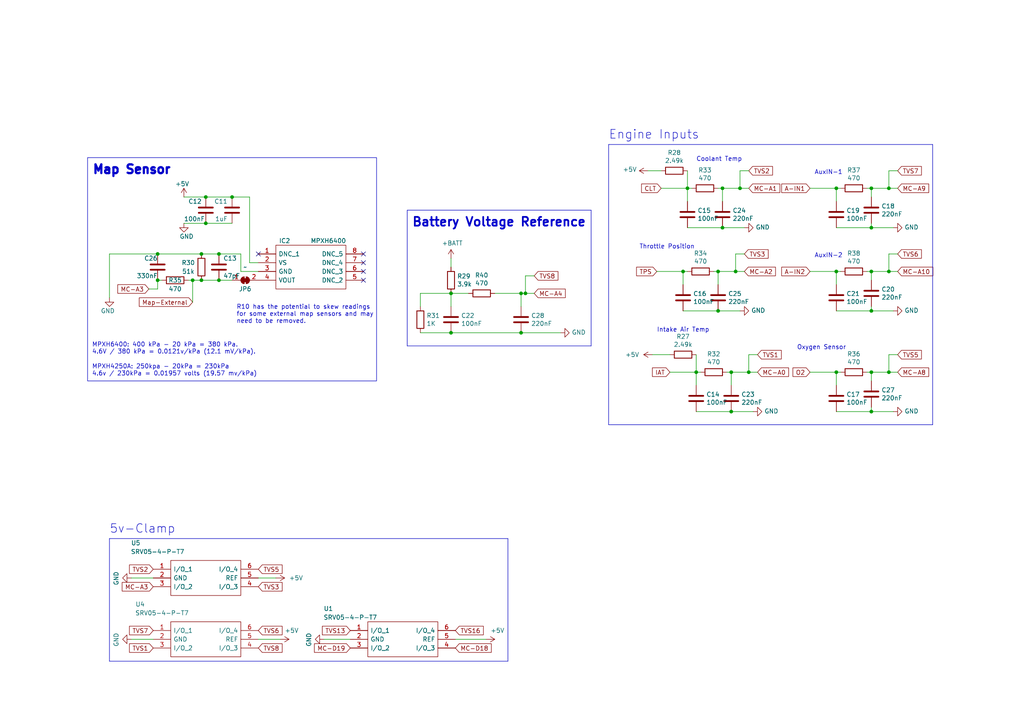
<source format=kicad_sch>
(kicad_sch (version 20230121) (generator eeschema)
  (paper "A4")
  (title_block (title "Pre-Ignition X2") (date "2023-06-15") (rev "B") (company "DetonationEMS"))
  (lib_symbols
    (symbol "Device:C" (pin_numbers hide) (pin_names (offset 0.254))
      (property "Reference" "C" (at 0.635 2.54 0))
      (property "Value" "C" (at 0.635 -2.54 0))
      (symbol "C_0_1"
        (polyline (pts (xy -2.032 -0.762) (xy 2.032 -0.762)) (stroke (width 0.508)))
        (polyline (pts (xy -2.032 0.762) (xy 2.032 0.762)) (stroke (width 0.508)))
      )
      (symbol "C_1_1"
        (pin passive line (at 0 3.81 270) (length 2.794) (name "~") (number "1"))
        (pin passive line (at 0 -3.81 90) (length 2.794) (name "~") (number "2"))
      )
    )
    (symbol "Device:R" (pin_numbers hide) (pin_names (offset 0))
      (property "Reference" "R" (at 2.032 0 90))
      (property "Value" "R" (at 0 0 90))
      (symbol "R_0_1"
        (rectangle (start -1.016 -2.54) (end 1.016 2.54) (stroke (width 0.254)))
      )
      (symbol "R_1_1"
        (pin passive line (at 0 3.81 270) (length 1.27) (name "~") (number "1"))
        (pin passive line (at 0 -3.81 90) (length 1.27) (name "~") (number "2"))
      )
    )
    (symbol "Jumper:SolderJumper_2_Bridged" (pin_names (offset 0) hide)
      (property "Reference" "JP" (at 0 2.032 0))
      (property "Value" "SolderJumper_2_Bridged" (at 0 -2.54 0))
      (symbol "SolderJumper_2_Bridged_0_1"
        (rectangle (start -0.508 0.508) (end 0.508 -0.508) (fill (type outline)))
        (arc (start -0.254 1.016) (mid -1.2656 0) (end -0.254 -1.016))
        (arc (start -0.254 1.016) (mid -1.2656 0) (end -0.254 -1.016) (fill (type outline)))
        (polyline (pts (xy -0.254 1.016) (xy -0.254 -1.016)))
        (polyline (pts (xy 0.254 1.016) (xy 0.254 -1.016)))
        (arc (start 0.254 -1.016) (mid 1.2656 0) (end 0.254 1.016))
        (arc (start 0.254 -1.016) (mid 1.2656 0) (end 0.254 1.016) (fill (type outline)))
      )
      (symbol "SolderJumper_2_Bridged_1_1"
        (pin passive line (at -3.81 0 0) (length 2.54) (name "A") (number "1"))
        (pin passive line (at 3.81 0 180) (length 2.54) (name "B") (number "2"))
      )
    )
    (symbol "Pre_Ignition-rescue:MPXH6250AC6U-MPXH6250-Pre_Ignition-rescue" (pin_names (offset 0.762))
      (property "Reference" "IC" (at 26.67 7.62 0))
      (property "Value" "Pre_Ignition-rescue_MPXH6250AC6U-MPXH6250" (at 26.67 5.08 0))
      (symbol "MPXH6250AC6U-MPXH6250-Pre_Ignition-rescue_0_0"
        (pin passive line (at 0 0 0) (length 5.08) (name "DNC_1") (number "1"))
        (pin passive line (at 0 -2.54 0) (length 5.08) (name "VS") (number "2"))
        (pin passive line (at 0 -5.08 0) (length 5.08) (name "GND") (number "3"))
        (pin passive line (at 0 -7.62 0) (length 5.08) (name "VOUT") (number "4"))
        (pin passive line (at 30.48 -7.62 180) (length 5.08) (name "DNC_2") (number "5"))
        (pin passive line (at 30.48 -5.08 180) (length 5.08) (name "DNC_3") (number "6"))
        (pin passive line (at 30.48 -2.54 180) (length 5.08) (name "DNC_4") (number "7"))
        (pin passive line (at 30.48 0 180) (length 5.08) (name "DNC_5") (number "8"))
      )
      (symbol "MPXH6250AC6U-MPXH6250-Pre_Ignition-rescue_0_1"
        (polyline (pts (xy 5.08 2.54) (xy 25.4 2.54) (xy 25.4 -10.16) (xy 5.08 -10.16) (xy 5.08 2.54)) (stroke (width 0.1524)))
      )
    )
    (symbol "Pre_Ignition-rescue:SRV05-4-P-T7-SRV05-4-P-T7-Pre_Ignition-rescue-Pre_Ignition-rescue-Pre_Ignition-rescue-Pre_Ignition-rescue" (pin_names (offset 0.762))
      (property "Reference" "IC" (at 26.67 7.62 0))
      (property "Value" "Pre_Ignition-rescue_SRV05-4-P-T7-SRV05-4-P-T7-Pre_Ignition-rescue-Pre_Ignition-rescue-Pre_Ignition-rescue" (at 26.67 5.08 0))
      (symbol "SRV05-4-P-T7-SRV05-4-P-T7-Pre_Ignition-rescue-Pre_Ignition-rescue-Pre_Ignition-rescue-Pre_Ignition-rescue_0_0"
        (pin passive line (at 0 0 0) (length 5.08) (name "I/O_1") (number "1"))
        (pin passive line (at 0 -2.54 0) (length 5.08) (name "GND") (number "2"))
        (pin passive line (at 0 -5.08 0) (length 5.08) (name "I/O_2") (number "3"))
        (pin passive line (at 30.48 -5.08 180) (length 5.08) (name "I/O_3") (number "4"))
        (pin passive line (at 30.48 -2.54 180) (length 5.08) (name "REF") (number "5"))
        (pin passive line (at 30.48 0 180) (length 5.08) (name "I/O_4") (number "6"))
      )
      (symbol "SRV05-4-P-T7-SRV05-4-P-T7-Pre_Ignition-rescue-Pre_Ignition-rescue-Pre_Ignition-rescue-Pre_Ignition-rescue_0_1"
        (polyline (pts (xy 5.08 2.54) (xy 25.4 2.54) (xy 25.4 -7.62) (xy 5.08 -7.62) (xy 5.08 2.54)) (stroke (width 0.1524)))
      )
    )
    (symbol "power:+5V" (power) (pin_names (offset 0))
      (property "Value" "+5V" (at 0 3.556 0))
      (symbol "+5V_0_1"
        (polyline (pts (xy -0.762 1.27) (xy 0 2.54)))
        (polyline (pts (xy 0 0) (xy 0 2.54)))
        (polyline (pts (xy 0 2.54) (xy 0.762 1.27)))
      )
      (symbol "+5V_1_1"
        (pin power_in line (at 0 0 90) (length 0) hide (name "+5V") (number "1"))
      )
    )
    (symbol "power:+BATT" (power) (pin_names (offset 0))
      (property "Value" "+BATT" (at 0 3.556 0))
      (symbol "+BATT_0_1"
        (polyline (pts (xy -0.762 1.27) (xy 0 2.54)))
        (polyline (pts (xy 0 0) (xy 0 2.54)))
        (polyline (pts (xy 0 2.54) (xy 0.762 1.27)))
      )
      (symbol "+BATT_1_1"
        (pin power_in line (at 0 0 90) (length 0) hide (name "+BATT") (number "1"))
      )
    )
    (symbol "power:GND" (power) (pin_names (offset 0))
      (property "Value" "GND" (at 0 -3.81 0))
      (symbol "GND_0_1"
        (polyline (pts (xy 0 0) (xy 0 -1.27) (xy 1.27 -1.27) (xy 0 -2.54) (xy -1.27 -1.27) (xy 0 -1.27)))
      )
      (symbol "GND_1_1"
        (pin power_in line (at 0 0 270) (length 0) hide (name "GND") (number "1"))
      )
    )
  )
  (junction (at 208.28 78.74))
  (junction (at 257.81 54.61))
  (junction (at 59.69 57.15))
  (junction (at 199.39 54.61))
  (junction (at 213.36 78.74))
  (junction (at 55.88 81.28))
  (junction (at 257.81 107.95))
  (junction (at 58.42 81.28))
  (junction (at 59.69 64.77))
  (junction (at 208.28 90.17))
  (junction (at 198.12 78.74))
  (junction (at 130.81 96.52))
  (junction (at 130.81 85.09))
  (junction (at 67.31 57.15))
  (junction (at 63.5 73.66))
  (junction (at 252.73 90.17))
  (junction (at 151.13 85.09))
  (junction (at 252.73 107.95))
  (junction (at 252.73 119.38))
  (junction (at 58.42 73.66))
  (junction (at 242.57 54.61))
  (junction (at 242.57 107.95))
  (junction (at 242.57 78.74))
  (junction (at 152.4 85.09))
  (junction (at 212.09 119.38))
  (junction (at 209.55 66.04))
  (junction (at 151.13 96.52))
  (junction (at 45.72 81.28))
  (junction (at 214.63 54.61))
  (junction (at 45.72 73.66))
  (junction (at 252.73 78.74))
  (junction (at 252.73 66.04))
  (junction (at 212.09 107.95))
  (junction (at 217.17 107.95))
  (junction (at 63.5 81.28))
  (junction (at 252.73 54.61))
  (junction (at 257.81 78.74))
  (junction (at 209.55 54.61))
  (junction (at 201.93 107.95))
  (no_connect (at 105.41 76.2))
  (no_connect (at 105.41 73.66))
  (no_connect (at 105.41 78.74))
  (no_connect (at 105.41 81.28))
  (no_connect (at 74.93 73.66))
  (wire (pts (xy 251.46 54.61) (xy 252.73 54.61)))
  (wire (pts (xy 43.18 83.82) (xy 45.72 83.82)))
  (wire (pts (xy 45.72 83.82) (xy 45.72 81.28)))
  (wire (pts (xy 130.81 74.93) (xy 130.81 77.47)))
  (wire (pts (xy 218.44 119.38) (xy 212.09 119.38)))
  (polyline (pts (xy 176.53 123.19) (xy 176.53 41.91)))
  (wire (pts (xy 199.39 54.61) (xy 200.66 54.61)))
  (wire (pts (xy 252.73 110.49) (xy 252.73 107.95)))
  (wire (pts (xy 55.88 81.28) (xy 58.42 81.28)))
  (wire (pts (xy 242.57 66.04) (xy 252.73 66.04)))
  (wire (pts (xy 215.9 73.66) (xy 213.36 73.66)))
  (wire (pts (xy 44.45 185.42) (xy 38.1 185.42)))
  (wire (pts (xy 191.77 54.61) (xy 199.39 54.61)))
  (wire (pts (xy 199.39 54.61) (xy 199.39 58.42)))
  (wire (pts (xy 214.63 49.53) (xy 214.63 54.61)))
  (wire (pts (xy 252.73 66.04) (xy 259.08 66.04)))
  (wire (pts (xy 31.75 86.36) (xy 31.75 73.66)))
  (wire (pts (xy 242.57 78.74) (xy 243.84 78.74)))
  (wire (pts (xy 63.5 81.28) (xy 67.31 81.28)))
  (wire (pts (xy 242.57 119.38) (xy 252.73 119.38)))
  (wire (pts (xy 257.81 54.61) (xy 260.35 54.61)))
  (wire (pts (xy 151.13 88.9) (xy 151.13 85.09)))
  (wire (pts (xy 187.96 49.53) (xy 191.77 49.53)))
  (wire (pts (xy 198.12 78.74) (xy 199.39 78.74)))
  (wire (pts (xy 201.93 107.95) (xy 203.2 107.95)))
  (wire (pts (xy 152.4 80.01) (xy 152.4 85.09)))
  (wire (pts (xy 257.81 107.95) (xy 260.35 107.95)))
  (wire (pts (xy 130.81 96.52) (xy 151.13 96.52)))
  (wire (pts (xy 252.73 54.61) (xy 257.81 54.61)))
  (wire (pts (xy 252.73 78.74) (xy 257.81 78.74)))
  (wire (pts (xy 45.72 81.28) (xy 46.99 81.28)))
  (polyline (pts (xy 147.32 191.77) (xy 31.75 191.77)))
  (wire (pts (xy 72.39 57.15) (xy 72.39 76.2)))
  (wire (pts (xy 198.12 78.74) (xy 198.12 82.55)))
  (wire (pts (xy 190.5 78.74) (xy 198.12 78.74)))
  (polyline (pts (xy 270.51 123.19) (xy 176.53 123.19)))
  (wire (pts (xy 130.81 85.09) (xy 135.89 85.09)))
  (wire (pts (xy 210.82 107.95) (xy 212.09 107.95)))
  (wire (pts (xy 55.88 81.28) (xy 54.61 81.28)))
  (wire (pts (xy 74.93 185.42) (xy 81.28 185.42)))
  (wire (pts (xy 252.73 119.38) (xy 259.08 119.38)))
  (wire (pts (xy 214.63 54.61) (xy 217.17 54.61)))
  (wire (pts (xy 252.73 64.77) (xy 252.73 66.04)))
  (wire (pts (xy 215.9 66.04) (xy 209.55 66.04)))
  (wire (pts (xy 242.57 78.74) (xy 242.57 82.55)))
  (wire (pts (xy 252.73 88.9) (xy 252.73 90.17)))
  (wire (pts (xy 58.42 73.66) (xy 63.5 73.66)))
  (wire (pts (xy 53.34 57.15) (xy 59.69 57.15)))
  (wire (pts (xy 201.93 102.87) (xy 201.93 107.95)))
  (wire (pts (xy 242.57 54.61) (xy 242.57 58.42)))
  (wire (pts (xy 242.57 107.95) (xy 242.57 111.76)))
  (wire (pts (xy 201.93 119.38) (xy 212.09 119.38)))
  (polyline (pts (xy 171.45 100.33) (xy 118.11 100.33)))
  (wire (pts (xy 69.85 78.74) (xy 74.93 78.74)))
  (wire (pts (xy 132.08 185.42) (xy 140.97 185.42)))
  (wire (pts (xy 59.69 57.15) (xy 67.31 57.15)))
  (wire (pts (xy 251.46 107.95) (xy 252.73 107.95)))
  (wire (pts (xy 257.81 73.66) (xy 257.81 78.74)))
  (wire (pts (xy 201.93 107.95) (xy 201.93 111.76)))
  (wire (pts (xy 252.73 57.15) (xy 252.73 54.61)))
  (wire (pts (xy 217.17 107.95) (xy 219.71 107.95)))
  (wire (pts (xy 199.39 49.53) (xy 199.39 54.61)))
  (wire (pts (xy 130.81 88.9) (xy 130.81 85.09)))
  (wire (pts (xy 213.36 78.74) (xy 215.9 78.74)))
  (wire (pts (xy 214.63 90.17) (xy 208.28 90.17)))
  (wire (pts (xy 53.34 64.77) (xy 59.69 64.77)))
  (wire (pts (xy 208.28 78.74) (xy 213.36 78.74)))
  (wire (pts (xy 31.75 73.66) (xy 45.72 73.66)))
  (wire (pts (xy 209.55 54.61) (xy 214.63 54.61)))
  (polyline (pts (xy 31.75 191.77) (xy 31.75 156.21)))
  (wire (pts (xy 38.1 167.64) (xy 44.45 167.64)))
  (wire (pts (xy 151.13 85.09) (xy 152.4 85.09)))
  (polyline (pts (xy 31.75 156.21) (xy 147.32 156.21)))
  (wire (pts (xy 252.73 90.17) (xy 259.08 90.17)))
  (wire (pts (xy 93.98 185.42) (xy 101.6 185.42)))
  (wire (pts (xy 194.31 102.87) (xy 189.23 102.87)))
  (wire (pts (xy 234.95 107.95) (xy 242.57 107.95)))
  (wire (pts (xy 257.81 78.74) (xy 260.35 78.74)))
  (wire (pts (xy 252.73 118.11) (xy 252.73 119.38)))
  (wire (pts (xy 209.55 54.61) (xy 209.55 58.42)))
  (wire (pts (xy 260.35 49.53) (xy 257.81 49.53)))
  (wire (pts (xy 217.17 49.53) (xy 214.63 49.53)))
  (wire (pts (xy 194.31 107.95) (xy 201.93 107.95)))
  (wire (pts (xy 252.73 107.95) (xy 257.81 107.95)))
  (polyline (pts (xy 270.51 41.91) (xy 176.53 41.91)))
  (wire (pts (xy 213.36 73.66) (xy 213.36 78.74)))
  (wire (pts (xy 257.81 49.53) (xy 257.81 54.61)))
  (wire (pts (xy 121.92 88.9) (xy 121.92 85.09)))
  (wire (pts (xy 242.57 90.17) (xy 252.73 90.17)))
  (wire (pts (xy 45.72 73.66) (xy 58.42 73.66)))
  (wire (pts (xy 260.35 102.87) (xy 257.81 102.87)))
  (wire (pts (xy 67.31 57.15) (xy 72.39 57.15)))
  (wire (pts (xy 208.28 78.74) (xy 208.28 82.55)))
  (polyline (pts (xy 171.45 60.96) (xy 171.45 100.33)))
  (wire (pts (xy 242.57 107.95) (xy 243.84 107.95)))
  (wire (pts (xy 217.17 102.87) (xy 217.17 107.95)))
  (wire (pts (xy 59.69 64.77) (xy 67.31 64.77)))
  (wire (pts (xy 63.5 73.66) (xy 69.85 73.66)))
  (wire (pts (xy 121.92 85.09) (xy 130.81 85.09)))
  (wire (pts (xy 152.4 85.09) (xy 154.94 85.09)))
  (wire (pts (xy 121.92 96.52) (xy 130.81 96.52)))
  (wire (pts (xy 257.81 102.87) (xy 257.81 107.95)))
  (wire (pts (xy 72.39 76.2) (xy 74.93 76.2)))
  (wire (pts (xy 69.85 73.66) (xy 69.85 78.74)))
  (wire (pts (xy 162.56 96.52) (xy 151.13 96.52)))
  (polyline (pts (xy 118.11 60.96) (xy 171.45 60.96)))
  (wire (pts (xy 212.09 107.95) (xy 212.09 111.76)))
  (wire (pts (xy 207.01 78.74) (xy 208.28 78.74)))
  (wire (pts (xy 80.01 167.64) (xy 74.93 167.64)))
  (wire (pts (xy 154.94 80.01) (xy 152.4 80.01)))
  (wire (pts (xy 198.12 90.17) (xy 208.28 90.17)))
  (wire (pts (xy 143.51 85.09) (xy 151.13 85.09)))
  (wire (pts (xy 251.46 78.74) (xy 252.73 78.74)))
  (wire (pts (xy 234.95 78.74) (xy 242.57 78.74)))
  (wire (pts (xy 208.28 54.61) (xy 209.55 54.61)))
  (polyline (pts (xy 270.51 41.91) (xy 270.51 123.19)))
  (wire (pts (xy 199.39 66.04) (xy 209.55 66.04)))
  (polyline (pts (xy 147.32 156.21) (xy 147.32 191.77)))
  (wire (pts (xy 219.71 102.87) (xy 217.17 102.87)))
  (wire (pts (xy 212.09 107.95) (xy 217.17 107.95)))
  (polyline (pts (xy 118.11 100.33) (xy 118.11 60.96)))
  (wire (pts (xy 242.57 54.61) (xy 243.84 54.61)))
  (wire (pts (xy 260.35 73.66) (xy 257.81 73.66)))
  (wire (pts (xy 55.88 87.63) (xy 55.88 81.28)))
  (wire (pts (xy 58.42 81.28) (xy 63.5 81.28)))
  (wire (pts (xy 234.95 54.61) (xy 242.57 54.61)))
  (wire (pts (xy 252.73 81.28) (xy 252.73 78.74)))
  (rectangle (start 25.4 45.72) (end 109.22 110.49))
  (text "R10 has the potential to skew readings \nfor some external map sensors and may\nneed to be removed." (at 68.58 93.98 0) (effects (font (size 1.27 1.27)) (justify left bottom)))
  (text "5v-Clamp" (at 31.75 154.94 0) (effects (font (size 2.4892 2.4892)) (justify left bottom)))
  (text "Coolant Temp" (at 201.93 46.99 0) (effects (font (size 1.27 1.27)) (justify left bottom)))
  (text "Oxygen Sensor" (at 231.14 101.6 0) (effects (font (size 1.27 1.27)) (justify left bottom)))
  (text "Engine Inputs" (at 176.53 40.64 0) (effects (font (size 2.54 2.54)) (justify left bottom)))
  (text "AuxIN-2" (at 236.22 74.93 0) (effects (font (size 1.27 1.27)) (justify left bottom)))
  (text "Battery Voltage Reference" (at 119.38 66.04 0) (effects (font (size 2.54 2.54) (thickness 0.508) bold) (justify left bottom)))
  (text "Map Sensor" (at 26.67 50.8 0) (effects (font (size 2.54 2.54) (thickness 0.7) bold) (justify left bottom)))
  (text "MPXH4250A: 250kpa - 20kPa = 230kPa\n4.6v / 230kPa = 0.01957 volts (19.57 mv/kPa)" (at 26.67 109.22 0) (effects (font (size 1.27 1.27)) (justify left bottom)))
  (text "MPXH6400: 400 kPa - 20 kPa = 380 kPa.\n4.6V / 380 kPa = 0.0121v/kPa (12.1 mV/kPa)." (at 26.67 102.87 0) (effects (font (size 1.27 1.27)) (justify left bottom)))
  (text "Intake Air Temp" (at 190.5 96.52 0) (effects (font (size 1.27 1.27)) (justify left bottom)))
  (text "Throttle Position" (at 185.42 72.39 0) (effects (font (size 1.27 1.27)) (justify left bottom)))
  (text "AuxIN-1" (at 236.22 50.8 0) (effects (font (size 1.27 1.27)) (justify left bottom)))
  (global_label "TVS5" (shape input) (at 260.35 102.87 0) (property "Intersheetrefs" "${INTERSHEET_REFS}" (effects hide)))
  (global_label "TVS2" (shape input) (at 44.45 165.1 180) (property "Intersheetrefs" "${INTERSHEET_REFS}" (effects hide)))
  (global_label "TVS3" (shape input) (at 215.9 73.66 0) (property "Intersheetrefs" "${INTERSHEET_REFS}" (effects hide)))
  (global_label "TPS" (shape input) (at 190.5 78.74 180) (property "Intersheetrefs" "${INTERSHEET_REFS}" (effects hide)))
  (global_label "Map-External" (shape input) (at 55.88 87.63 180) (property "Intersheetrefs" "${INTERSHEET_REFS}" (effects hide)))
  (global_label "MC-A1" (shape input) (at 217.17 54.61 0) (property "Intersheetrefs" "${INTERSHEET_REFS}" (effects hide)))
  (global_label "TVS6" (shape input) (at 74.93 182.88 0) (property "Intersheetrefs" "${INTERSHEET_REFS}" (effects hide)))
  (global_label "TVS3" (shape input) (at 74.93 170.18 0) (property "Intersheetrefs" "${INTERSHEET_REFS}" (effects hide)))
  (global_label "TVS6" (shape input) (at 260.35 73.66 0) (property "Intersheetrefs" "${INTERSHEET_REFS}" (effects hide)))
  (global_label "A-IN2" (shape input) (at 234.95 78.74 180) (property "Intersheetrefs" "${INTERSHEET_REFS}" (effects hide)))
  (global_label "TVS16" (shape input) (at 132.08 182.88 0) (property "Intersheetrefs" "${INTERSHEET_REFS}" (effects hide)))
  (global_label "TVS8" (shape input) (at 154.94 80.01 0) (property "Intersheetrefs" "${INTERSHEET_REFS}" (effects hide)))
  (global_label "MC-D19" (shape input) (at 101.6 187.96 180) (property "Intersheetrefs" "${INTERSHEET_REFS}" (effects hide)))
  (global_label "MC-D18" (shape input) (at 132.08 187.96 0) (property "Intersheetrefs" "${INTERSHEET_REFS}" (effects hide)))
  (global_label "MC-A3" (shape input) (at 44.45 170.18 180) (property "Intersheetrefs" "${INTERSHEET_REFS}" (effects hide)))
  (global_label "TVS8" (shape input) (at 74.93 187.96 0) (property "Intersheetrefs" "${INTERSHEET_REFS}" (effects hide)))
  (global_label "TVS13" (shape input) (at 101.6 182.88 180) (property "Intersheetrefs" "${INTERSHEET_REFS}" (effects hide)))
  (global_label "TVS1" (shape input) (at 219.71 102.87 0) (property "Intersheetrefs" "${INTERSHEET_REFS}" (effects hide)))
  (global_label "TVS1" (shape input) (at 44.45 187.96 180) (property "Intersheetrefs" "${INTERSHEET_REFS}" (effects hide)))
  (global_label "TVS7" (shape input) (at 44.45 182.88 180) (property "Intersheetrefs" "${INTERSHEET_REFS}" (effects hide)))
  (global_label "MC-A8" (shape input) (at 260.35 107.95 0) (property "Intersheetrefs" "${INTERSHEET_REFS}" (effects hide)))
  (global_label "IAT" (shape input) (at 194.31 107.95 180) (property "Intersheetrefs" "${INTERSHEET_REFS}" (effects hide)))
  (global_label "A-IN1" (shape input) (at 234.95 54.61 180) (property "Intersheetrefs" "${INTERSHEET_REFS}" (effects hide)))
  (global_label "O2" (shape input) (at 234.95 107.95 180) (property "Intersheetrefs" "${INTERSHEET_REFS}" (effects hide)))
  (global_label "MC-A4" (shape input) (at 154.94 85.09 0) (property "Intersheetrefs" "${INTERSHEET_REFS}" (effects hide)))
  (global_label "MC-A0" (shape input) (at 219.71 107.95 0) (property "Intersheetrefs" "${INTERSHEET_REFS}" (effects hide)))
  (global_label "MC-A3" (shape input) (at 43.18 83.82 180) (property "Intersheetrefs" "${INTERSHEET_REFS}" (effects hide)))
  (global_label "TVS7" (shape input) (at 260.35 49.53 0) (property "Intersheetrefs" "${INTERSHEET_REFS}" (effects hide)))
  (global_label "MC-A9" (shape input) (at 260.35 54.61 0) (property "Intersheetrefs" "${INTERSHEET_REFS}" (effects hide)))
  (global_label "MC-A2" (shape input) (at 215.9 78.74 0) (property "Intersheetrefs" "${INTERSHEET_REFS}" (effects hide)))
  (global_label "TVS5" (shape input) (at 74.93 165.1 0) (property "Intersheetrefs" "${INTERSHEET_REFS}" (effects hide)))
  (global_label "MC-A10" (shape input) (at 260.35 78.74 0) (property "Intersheetrefs" "${INTERSHEET_REFS}" (effects hide)))
  (global_label "CLT" (shape input) (at 191.77 54.61 180) (property "Intersheetrefs" "${INTERSHEET_REFS}" (effects hide)))
  (global_label "TVS2" (shape input) (at 217.17 49.53 0) (property "Intersheetrefs" "${INTERSHEET_REFS}" (effects hide)))
  (symbol (lib_id "Device:R") (at 203.2 78.74 270) (unit 1)
    (property "Reference" "R34" (at 203.2 73.4822 90))
    (property "Value" "470" (at 203.2 75.7936 90))
    (property "Footprint" "Resistor_SMD:R_0603_1608Metric" (effects hide))
    (property "LCSC" "C23179" (effects hide))
  )
  (symbol (lib_id "Device:C") (at 198.12 86.36 0) (unit 1)
    (property "Reference" "C16" (at 201.041 85.1916 0) (effects (justify left)))
    (property "Value" "100nF" (at 201.041 87.503 0) (effects (justify left)))
    (property "Footprint" "Capacitor_SMD:C_0603_1608Metric" (effects hide))
    (property "LCSC" "C14663" (effects hide))
  )
  (symbol (lib_id "Device:C") (at 208.28 86.36 0) (unit 1)
    (property "Reference" "C25" (at 211.201 85.1916 0) (effects (justify left)))
    (property "Value" "220nF" (at 211.201 87.503 0) (effects (justify left)))
    (property "Footprint" "Capacitor_SMD:C_0603_1608Metric" (effects hide))
    (property "LCSC" "C5378 " (effects hide))
  )
  (symbol (lib_id "power:GND") (at 214.63 90.17 90) (unit 1)
    (property "Reference" "#PWR0118" (effects hide))
    (property "Value" "GND" (at 217.8812 90.043 90) (effects (justify right)))
  )
  (symbol (lib_id "Device:R") (at 247.65 107.95 270) (unit 1)
    (property "Reference" "R36" (at 247.65 102.6922 90))
    (property "Value" "470" (at 247.65 105.0036 90))
    (property "Footprint" "Resistor_SMD:R_0603_1608Metric" (effects hide))
    (property "LCSC" "C23179" (effects hide))
  )
  (symbol (lib_id "Device:C") (at 242.57 115.57 0) (unit 1)
    (property "Reference" "C17" (at 245.491 114.4016 0) (effects (justify left)))
    (property "Value" "100nF" (at 245.491 116.713 0) (effects (justify left)))
    (property "Footprint" "Capacitor_SMD:C_0603_1608Metric" (effects hide))
    (property "LCSC" "C14663" (effects hide))
  )
  (symbol (lib_id "Device:C") (at 252.73 114.3 0) (unit 1)
    (property "Reference" "C27" (at 255.651 113.1316 0) (effects (justify left)))
    (property "Value" "220nF" (at 255.651 115.443 0) (effects (justify left)))
    (property "Footprint" "Capacitor_SMD:C_0603_1608Metric" (effects hide))
    (property "LCSC" "C5378 " (effects hide))
  )
  (symbol (lib_id "power:GND") (at 259.08 119.38 90) (unit 1)
    (property "Reference" "#PWR0117" (effects hide))
    (property "Value" "GND" (at 262.3312 119.253 90) (effects (justify right)))
  )
  (symbol (lib_id "Device:R") (at 207.01 107.95 270) (unit 1)
    (property "Reference" "R32" (at 207.01 102.6922 90))
    (property "Value" "470" (at 207.01 105.0036 90))
    (property "Footprint" "Resistor_SMD:R_0603_1608Metric" (effects hide))
    (property "LCSC" "C23179" (effects hide))
  )
  (symbol (lib_id "Device:C") (at 201.93 115.57 0) (unit 1)
    (property "Reference" "C14" (at 204.851 114.4016 0) (effects (justify left)))
    (property "Value" "100nF" (at 204.851 116.713 0) (effects (justify left)))
    (property "Footprint" "Capacitor_SMD:C_0603_1608Metric" (effects hide))
    (property "LCSC" "C14663" (effects hide))
  )
  (symbol (lib_id "Device:C") (at 212.09 115.57 0) (unit 1)
    (property "Reference" "C23" (at 215.011 114.4016 0) (effects (justify left)))
    (property "Value" "220nF" (at 215.011 116.713 0) (effects (justify left)))
    (property "Footprint" "Capacitor_SMD:C_0603_1608Metric" (effects hide))
    (property "LCSC" "C5378 " (effects hide))
  )
  (symbol (lib_id "power:GND") (at 218.44 119.38 90) (unit 1)
    (property "Reference" "#PWR0116" (effects hide))
    (property "Value" "GND" (at 221.6912 119.253 90) (effects (justify right)))
  )
  (symbol (lib_id "Device:R") (at 204.47 54.61 270) (unit 1)
    (property "Reference" "R33" (at 204.47 49.3522 90))
    (property "Value" "470" (at 204.47 51.6636 90))
    (property "Footprint" "Resistor_SMD:R_0603_1608Metric" (effects hide))
    (property "LCSC" "C23179" (effects hide))
  )
  (symbol (lib_id "Device:C") (at 199.39 62.23 0) (unit 1)
    (property "Reference" "C15" (at 202.311 61.0616 0) (effects (justify left)))
    (property "Value" "100nF" (at 202.311 63.373 0) (effects (justify left)))
    (property "Footprint" "Capacitor_SMD:C_0603_1608Metric" (effects hide))
    (property "LCSC" "C14663" (effects hide))
  )
  (symbol (lib_id "Device:C") (at 209.55 62.23 0) (unit 1)
    (property "Reference" "C24" (at 212.471 61.0616 0) (effects (justify left)))
    (property "Value" "220nF" (at 212.471 63.373 0) (effects (justify left)))
    (property "Footprint" "Capacitor_SMD:C_0603_1608Metric" (effects hide))
    (property "LCSC" "C5378 " (effects hide))
  )
  (symbol (lib_id "power:GND") (at 215.9 66.04 90) (unit 1)
    (property "Reference" "#PWR0115" (effects hide))
    (property "Value" "GND" (at 219.1512 65.913 90) (effects (justify right)))
  )
  (symbol (lib_id "Device:R") (at 195.58 49.53 270) (unit 1)
    (property "Reference" "R28" (at 195.58 44.2722 90))
    (property "Value" "2.49k" (at 195.58 46.5836 90))
    (property "Footprint" "Resistor_SMD:R_0603_1608Metric" (effects hide))
    (property "LCSC" "C309658" (effects hide))
  )
  (symbol (lib_id "Device:R") (at 198.12 102.87 270) (unit 1)
    (property "Reference" "R27" (at 198.12 97.6122 90))
    (property "Value" "2.49k" (at 198.12 99.9236 90))
    (property "Footprint" "Resistor_SMD:R_0603_1608Metric" (effects hide))
    (property "LCSC" "C309658" (effects hide))
  )
  (symbol (lib_id "power:GND") (at 162.56 96.52 90) (unit 1)
    (property "Reference" "#PWR0119" (effects hide))
    (property "Value" "GND" (at 165.8112 96.393 90) (effects (justify right)))
  )
  (symbol (lib_id "Device:C") (at 151.13 92.71 0) (unit 1)
    (property "Reference" "C28" (at 154.051 91.5416 0) (effects (justify left)))
    (property "Value" "220nF" (at 154.051 93.853 0) (effects (justify left)))
    (property "Footprint" "Capacitor_SMD:C_0603_1608Metric" (effects hide))
    (property "LCSC" "C5378 " (effects hide))
  )
  (symbol (lib_id "Device:C") (at 130.81 92.71 0) (unit 1)
    (property "Reference" "C22" (at 133.731 91.5416 0) (effects (justify left)))
    (property "Value" "100nF" (at 133.731 93.853 0) (effects (justify left)))
    (property "Footprint" "Capacitor_SMD:C_0603_1608Metric" (effects hide))
    (property "LCSC" "C14663" (effects hide))
  )
  (symbol (lib_id "Device:R") (at 139.7 85.09 270) (unit 1)
    (property "Reference" "R40" (at 139.7 79.8322 90))
    (property "Value" "470" (at 139.7 82.1436 90))
    (property "Footprint" "Resistor_SMD:R_0603_1608Metric" (effects hide))
    (property "LCSC" "C23179" (effects hide))
  )
  (symbol (lib_id "Device:R") (at 130.81 81.28 180) (unit 1)
    (property "Reference" "R29" (at 132.588 80.1116 0) (effects (justify right)))
    (property "Value" "3.9k" (at 132.588 82.423 0) (effects (justify right)))
    (property "Footprint" "Resistor_SMD:R_0603_1608Metric" (effects hide))
    (property "LCSC" "C23018" (effects hide))
  )
  (symbol (lib_id "Device:R") (at 121.92 92.71 180) (unit 1)
    (property "Reference" "R31" (at 123.698 91.5416 0) (effects (justify right)))
    (property "Value" "1K" (at 123.698 93.853 0) (effects (justify right)))
    (property "Footprint" "Resistor_SMD:R_0603_1608Metric" (effects hide))
    (property "LCSC" "C21190" (effects hide))
  )
  (symbol (lib_id "power:+BATT") (at 130.81 74.93 0) (unit 1)
    (property "Reference" "#PWR0120" (effects hide))
    (property "Value" "+BATT" (at 131.191 70.5358 0))
  )
  (symbol (lib_id "Pre_Ignition-rescue:SRV05-4-P-T7-SRV05-4-P-T7-Pre_Ignition-rescue-Pre_Ignition-rescue-Pre_Ignition-rescue-Pre_Ignition-rescue") (at 44.45 165.1 0) (unit 1)
    (property "Reference" "U5" (at 39.37 157.48 0))
    (property "Value" "SRV05-4-P-T7" (at 45.72 160.02 0))
    (property "Footprint" "Package_TO_SOT_SMD:SOT-23-6" (effects hide))
    (property "Datasheet" "http://www.onsemi.com/pub/Collateral/SRV05-4-D.PDF" (effects hide))
    (property "LCSC" "C85364" (effects hide))
    (instances (project "Pre_Ignition" (path "" (reference "U5") (unit 1)) (path "" (reference "U3") (unit 1))))
  )
  (symbol (lib_id "Pre_Ignition-rescue:SRV05-4-P-T7-SRV05-4-P-T7-Pre_Ignition-rescue-Pre_Ignition-rescue-Pre_Ignition-rescue-Pre_Ignition-rescue") (at 44.45 182.88 0) (unit 1)
    (property "Reference" "U4" (at 40.64 175.26 0))
    (property "Value" "SRV05-4-P-T7" (at 46.99 177.8 0))
    (property "Footprint" "Package_TO_SOT_SMD:SOT-23-6" (effects hide))
    (property "Datasheet" "http://www.onsemi.com/pub/Collateral/SRV05-4-D.PDF" (effects hide))
    (property "LCSC" "C85364" (effects hide))
  )
  (symbol (lib_id "Pre_Ignition-rescue:SRV05-4-P-T7-SRV05-4-P-T7-Pre_Ignition-rescue-Pre_Ignition-rescue-Pre_Ignition-rescue-Pre_Ignition-rescue") (at 101.6 182.88 0) (unit 1)
    (property "Reference" "U1" (at 95.25 176.53 0))
    (property "Value" "SRV05-4-P-T7" (at 101.6 179.07 0))
    (property "Footprint" "Package_TO_SOT_SMD:SOT-23-6" (effects hide))
    (property "Datasheet" "http://www.onsemi.com/pub/Collateral/SRV05-4-D.PDF" (effects hide))
    (property "LCSC" "C85364" (effects hide))
    (instances (project "Pre_Ignition" (path "" (reference "U1") (unit 1)) (path "" (reference "U6") (unit 1))))
  )
  (symbol (lib_id "power:GND") (at 38.1 167.64 270) (unit 1)
    (property "Reference" "#PWR0125" (effects hide))
    (property "Value" "GND" (at 33.7058 167.767 0))
  )
  (symbol (lib_id "power:GND") (at 38.1 185.42 270) (unit 1)
    (property "Reference" "#PWR0128" (effects hide))
    (property "Value" "GND" (at 33.7058 185.547 0))
  )
  (symbol (lib_id "power:GND") (at 93.98 185.42 270) (unit 1)
    (property "Reference" "#PWR0126" (effects hide))
    (property "Value" "GND" (at 89.5858 185.547 0))
  )
  (symbol (lib_id "Device:C") (at 67.31 60.96 180) (unit 1)
    (property "Reference" "C11" (at 66.04 58.42 0) (effects (justify left)))
    (property "Value" "1uF" (at 66.04 63.5 0) (effects (justify left)))
    (property "Footprint" "Capacitor_SMD:C_0603_1608Metric" (effects hide))
    (property "LCSC" "C15849" (effects hide))
  )
  (symbol (lib_id "Device:C") (at 59.69 60.96 0) (unit 1)
    (property "Reference" "C12" (at 54.61 58.42 0) (effects (justify left)))
    (property "Value" "100nF" (at 53.34 63.5 0) (effects (justify left)))
    (property "Footprint" "Capacitor_SMD:C_0603_1608Metric" (effects hide))
    (property "LCSC" "C14663" (effects hide))
  )
  (symbol (lib_id "power:+5V") (at 53.34 57.15 0) (unit 1)
    (property "Reference" "#PWR0130" (effects hide))
    (property "Value" "+5V" (at 50.8 53.34 0) (effects (justify left)))
  )
  (symbol (lib_id "Device:R") (at 50.8 81.28 270) (mirror x) (unit 1)
    (property "Reference" "R35" (at 50.8 81.28 90))
    (property "Value" "470" (at 50.8 83.82 90))
    (property "Footprint" "Resistor_SMD:R_0603_1608Metric" (effects hide))
    (property "LCSC" "C23179" (effects hide))
  )
  (symbol (lib_id "Device:C") (at 45.72 77.47 0) (mirror y) (unit 1)
    (property "Reference" "C26" (at 45.72 74.93 0) (effects (justify left)))
    (property "Value" "330nF" (at 45.72 80.01 0) (effects (justify left)))
    (property "Footprint" "Capacitor_SMD:C_0603_1608Metric" (effects hide))
    (property "LCSC" "C1615" (effects hide))
  )
  (symbol (lib_id "Device:C") (at 63.5 77.47 0) (mirror x) (unit 1)
    (property "Reference" "C13" (at 64.77 74.93 0) (effects (justify left)))
    (property "Value" "47pF" (at 64.77 80.01 0) (effects (justify left)))
    (property "Footprint" "Capacitor_SMD:C_0603_1608Metric" (effects hide))
    (property "LCSC" "C1671" (effects hide))
  )
  (symbol (lib_id "Device:R") (at 247.65 54.61 270) (unit 1)
    (property "Reference" "R37" (at 247.65 49.3522 90))
    (property "Value" "470" (at 247.65 51.6636 90))
    (property "Footprint" "Resistor_SMD:R_0603_1608Metric" (effects hide))
    (property "LCSC" "C23179" (effects hide))
  )
  (symbol (lib_id "Device:C") (at 242.57 62.23 0) (unit 1)
    (property "Reference" "C19" (at 245.491 61.0616 0) (effects (justify left)))
    (property "Value" "100nF" (at 245.491 63.373 0) (effects (justify left)))
    (property "Footprint" "Capacitor_SMD:C_0603_1608Metric" (effects hide))
    (property "LCSC" "C14663" (effects hide))
  )
  (symbol (lib_id "Device:C") (at 252.73 60.96 0) (unit 1)
    (property "Reference" "C18" (at 255.651 59.7916 0) (effects (justify left)))
    (property "Value" "220nF" (at 255.651 62.103 0) (effects (justify left)))
    (property "Footprint" "Capacitor_SMD:C_0603_1608Metric" (effects hide))
    (property "LCSC" "C5378 " (effects hide))
  )
  (symbol (lib_id "power:GND") (at 259.08 66.04 90) (unit 1)
    (property "Reference" "#PWR0127" (effects hide))
    (property "Value" "GND" (at 262.3312 65.913 90) (effects (justify right)))
  )
  (symbol (lib_id "Device:R") (at 58.42 77.47 0) (mirror x) (unit 1)
    (property "Reference" "R30" (at 54.61 76.2 0))
    (property "Value" "51k" (at 54.61 78.74 0))
    (property "Footprint" "Resistor_SMD:R_0603_1608Metric" (effects hide))
    (property "LCSC" "C23196" (effects hide))
  )
  (symbol (lib_id "Pre_Ignition-rescue:MPXH6250AC6U-MPXH6250-Pre_Ignition-rescue") (at 74.93 73.66 0) (unit 1)
    (property "Reference" "IC2" (at 82.55 69.85 0))
    (property "Value" "MPXH6400" (at 95.25 69.85 0))
    (property "Footprint" "Detonation:MPXH6250" (effects hide))
    (property "Datasheet" "https://www.nxp.com/docs/en/data-sheet/MPXH6250A.pdf" (effects hide))
    (property "Description" "Board Mount Pressure Sensor 0.3V to 4.9V 20kPa to 250kPa Absolute Automotive 8-Pin SSOP Tube" (effects hide))
    (property "Height" "9.906" (effects hide))
    (property "Manufacturer_Name" "NXP" (effects hide))
    (property "Manufacturer_Part_Number" "MPXH6250AC6U" (effects hide))
    (property "Mouser Part Number" "841-MPXH6250AC6U" (effects hide))
    (property "Mouser Price/Stock" "https://www.mouser.co.uk/ProductDetail/NXP-Semiconductors/MPXH6250AC6U?qs=N2XN0KY4UWWpnHorf60pnA%3D%3D" (effects hide))
    (property "Arrow Part Number" "MPXH6250AC6U" (effects hide))
    (property "Arrow Price/Stock" "https://www.arrow.com/en/products/mpxh6250ac6u/nxp-semiconductors" (effects hide))
  )
  (symbol (lib_id "power:GND") (at 31.75 86.36 0) (mirror y) (unit 1)
    (property "Reference" "#PWR0131" (effects hide))
    (property "Value" "GND" (at 29.21 90.17 0) (effects (justify right)))
  )
  (symbol (lib_id "power:GND") (at 259.08 90.17 90) (unit 1)
    (property "Reference" "#PWR0140" (effects hide))
    (property "Value" "GND" (at 262.3312 90.043 90) (effects (justify right)))
  )
  (symbol (lib_id "Device:C") (at 252.73 85.09 0) (unit 1)
    (property "Reference" "C20" (at 255.651 83.9216 0) (effects (justify left)))
    (property "Value" "220nF" (at 255.651 86.233 0) (effects (justify left)))
    (property "Footprint" "Capacitor_SMD:C_0603_1608Metric" (effects hide))
    (property "LCSC" "C5378 " (effects hide))
  )
  (symbol (lib_id "Device:C") (at 242.57 86.36 0) (unit 1)
    (property "Reference" "C21" (at 245.491 85.1916 0) (effects (justify left)))
    (property "Value" "100nF" (at 245.491 87.503 0) (effects (justify left)))
    (property "Footprint" "Capacitor_SMD:C_0603_1608Metric" (effects hide))
    (property "LCSC" "C14663" (effects hide))
  )
  (symbol (lib_id "Device:R") (at 247.65 78.74 270) (unit 1)
    (property "Reference" "R38" (at 247.65 73.4822 90))
    (property "Value" "470" (at 247.65 75.7936 90))
    (property "Footprint" "Resistor_SMD:R_0603_1608Metric" (effects hide))
    (property "LCSC" "C23179" (effects hide))
  )
  (symbol (lib_id "power:+5V") (at 187.96 49.53 90) (unit 1)
    (property "Reference" "#PWR0134" (effects hide))
    (property "Value" "+5V" (at 184.7088 49.149 90) (effects (justify left)))
  )
  (symbol (lib_id "power:+5V") (at 189.23 102.87 90) (unit 1)
    (property "Reference" "#PWR0142" (effects hide))
    (property "Value" "+5V" (at 185.42 102.87 90) (effects (justify left)))
  )
  (symbol (lib_id "power:+5V") (at 80.01 167.64 270) (unit 1)
    (property "Reference" "#PWR0143" (effects hide))
    (property "Value" "+5V" (at 83.82 167.64 90) (effects (justify left)))
  )
  (symbol (lib_id "power:+5V") (at 140.97 185.42 270) (unit 1)
    (property "Reference" "#PWR0148" (effects hide))
    (property "Value" "+5V" (at 142.24 182.88 90) (effects (justify left)))
  )
  (symbol (lib_id "power:+5V") (at 81.28 185.42 270) (unit 1)
    (property "Reference" "#PWR0149" (effects hide))
    (property "Value" "+5V" (at 82.55 182.88 90) (effects (justify left)))
  )
  (symbol (lib_id "Jumper:SolderJumper_2_Bridged") (at 71.12 81.28 0) (unit 1)
    (property "Reference" "JP6" (at 71.12 83.82 0))
    (property "Value" "~" (at 71.12 77.47 0))
    (property "Footprint" "Jumper:SolderJumper-2_P1.3mm_Bridged_RoundedPad1.0x1.5mm" (effects hide))
  )
  (symbol (lib_id "power:GND") (at 53.34 64.77 0) (mirror y) (unit 1)
    (property "Reference" "#PWR02" (effects hide))
    (property "Value" "GND" (at 52.07 68.58 0) (effects (justify right)))
  )
)
</source>
